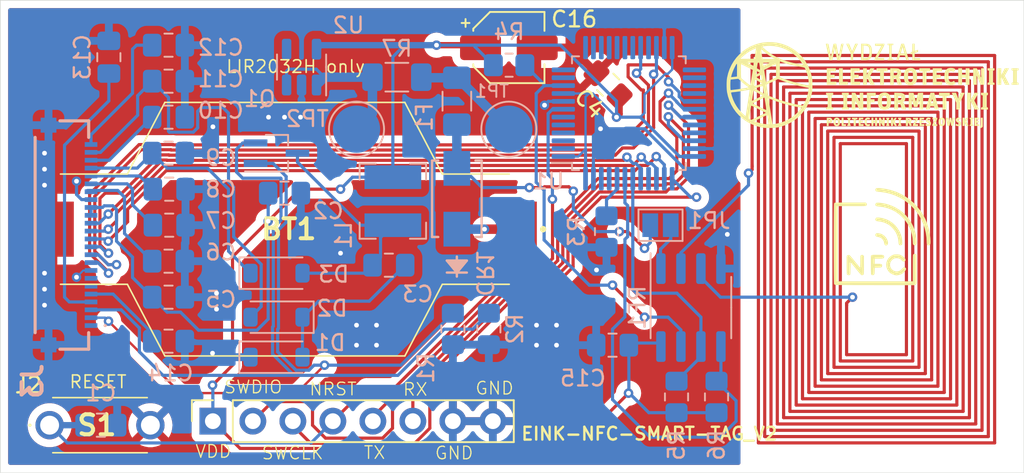
<source format=kicad_pcb>
(kicad_pcb (version 20221018) (generator pcbnew)
  (layers (0 "F.Cu" signal "Front") (31 "B.Cu" signal "Back") (34 "B.Paste" user) (35 "F.Paste" user) (36 "B.SilkS" user "B.Silkscreen") (37 "F.SilkS" user "F.Silkscreen") (38 "B.Mask" user) (39 "F.Mask" user) (44 "Edge.Cuts" user))
  (net 0 "")
  (net 1 "Net-(ANT1-1)")
  (net 2 "Net-(ANT1-2)")
  (net 3 "+BATT")
  (net 4 "GND")
  (net 5 "NRST")
  (net 6 "VDD")
  (net 7 "Net-(D1-A)")
  (net 8 "Net-(D3-A)")
  (net 9 "+3V8")
  (net 10 "/VPP")
  (net 11 "/VSH")
  (net 12 "PREVGH")
  (net 13 "/VSL")
  (net 14 "PREVGL")
  (net 15 "/VCOM")
  (net 16 "/VGL")
  (net 17 "/VGH")
  (net 18 "Net-(F1-Pad2)")
  (net 19 "SWDIO")
  (net 20 "SWCLK")
  (net 21 "USART_TX")
  (net 22 "USART_RX")
  (net 23 "/HLT_CTL")
  (net 24 "GDR")
  (net 25 "RESE")
  (net 26 "/TSCL")
  (net 27 "/TSDA")
  (net 28 "ePaper_BUSY")
  (net 29 "ePaper_RESET#")
  (net 30 "ePaper_D{slash}C#")
  (net 31 "ePaper_CS#")
  (net 32 "ePaper_SCK")
  (net 33 "ePaper_MOSI")
  (net 34 "/BOOT0")
  (net 35 "SYS_WKUP1")
  (net 36 "ST25DV_SCL")
  (net 37 "ST25DV_SDA")
  (net 38 "Net-(JP1-B)")
  (net 64 "Net-(U2-EN)")
  (net 65 "/VDD_eink")
  (footprint "nfc_silkscreen:nfc_silkscreen" (layer "F.Cu") (at 168 82)
    (fp_text reference "G***" hide)
    (fp_text value "LOGO" hide)
  )
  (footprint "NFC:NFCANT_25X15" (layer "F.Cu") (at 167.64 82.804 -90)
    (fp_text reference "ANT1" hide)
    (fp_text value "HF(NFC) 13,56MHz" hide)
  )
  (footprint "Capacitor_SMD:C_0805_2012Metric_Pad1.18x1.45mm_HandSolder" (layer "F.Cu") (at 150.593623 72.360623 135)
    (fp_text reference "C4")
    (fp_text value "100nF")
  )
  (footprint "SWITCH-PTS636_SM43_LFS:PTS636SM43LFS" (layer "F.Cu") (at 115.1315 93.98)
    (fp_text reference "S1")
    (fp_text value "PTS636_SM43_LFS" hide)
  )
  (footprint "Capacitor_SMD:CP_Elec_4x5.4" (layer "F.Cu") (at 144.294 70)
    (fp_text reference "C16")
    (fp_text value "10uF")
  )
  (footprint "Connector_PinSocket_2.54mm:PinSocket_1x08_P2.54mm_Vertical" (layer "F.Cu") (at 125.496793 93.725293 90)
    (fp_text reference "J2")
    (fp_text value "Conn_01x08_Pin")
  )
  (footprint "silkscreen:weii_silkscreen" (layer "F.Cu") (at 167.44 72.504)
    (fp_text reference "G***" hide)
    (fp_text value "LOGO" hide)
  )
  (footprint "SMTU2032-LF:SMTU2032LF" (layer "F.Cu") (at 130.0695 81.534 180)
    (fp_text reference "BT1")
    (fp_text value "CR2032 socket" hide)
  )
  (footprint "Capacitor_SMD:C_0805_2012Metric_Pad1.18x1.45mm_HandSolder" (layer "B.Cu") (at 150.876 88.9 180)
    (fp_text reference "C15")
    (fp_text value "100nF")
  )
  (footprint "Inductor_SMD:L_Bourns-SRN4018" (layer "B.Cu") (at 136.9275 79.757 -90)
    (fp_text reference "L1")
    (fp_text value "68uH")
  )
  (footprint "Capacitor_SMD:C_0805_2012Metric_Pad1.18x1.45mm_HandSolder" (layer "B.Cu") (at 122.682 69.85 180)
    (fp_text reference "C12")
    (fp_text value "4.7uF/50V")
  )
  (footprint "Resistor_SMD:R_0805_2012Metric_Pad1.20x1.40mm_HandSolder" (layer "B.Cu") (at 144.3095 71.12)
    (fp_text reference "R4")
    (fp_text value "10k")
  )
  (footprint "Capacitor_SMD:C_0805_2012Metric_Pad1.18x1.45mm_HandSolder" (layer "B.Cu") (at 122.725 81.28 180)
    (fp_text reference "C7")
    (fp_text value "4.7uF/50V")
  )
  (footprint "Capacitor_SMD:C_0805_2012Metric_Pad1.18x1.45mm_HandSolder" (layer "B.Cu") (at 118.8935 70.612 -90)
    (fp_text reference "C13")
    (fp_text value "4.7uF/50V")
  )
  (footprint "Capacitor_SMD:C_0805_2012Metric_Pad1.18x1.45mm_HandSolder" (layer "B.Cu") (at 122.682 83.566 180)
    (fp_text reference "C6")
    (fp_text value "4.7uF/50V")
  )
  (footprint "Switch_PFC_10051922-2410ELF:100519222410ELF" (layer "B.Cu") (at 115.912 81.905 90)
    (fp_text reference "J3")
    (fp_text value "CONNECTOR_FFC_Eink_10051922-2410ELF" hide)
  )
  (footprint "Resistor_SMD:R_1206_3216Metric_Pad1.30x1.75mm_HandSolder" (layer "B.Cu") (at 137.1815 71.882 180)
    (fp_text reference "R7")
    (fp_text value "50m")
  )
  (footprint "Diode_SMD:D_SOD-123" (layer "B.Cu") (at 129.54 84.328)
    (fp_text reference "D3")
    (fp_text value "MBR0530")
  )
  (footprint "Package_TO_SOT_SMD:SOT-323_SC-70_Handsoldering" (layer "B.Cu") (at 129.54 76.708)
    (fp_text reference "Q1")
    (fp_text value "SI138BDL")
  )
  (footprint "Resistor_SMD:R_0805_2012Metric_Pad1.20x1.40mm_HandSolder" (layer "B.Cu") (at 154.94 92.186 90)
    (fp_text reference "R5")
    (fp_text value "10k")
  )
  (footprint "Fuse:Fuse_1206_3216Metric_Pad1.42x1.75mm_HandSolder" (layer "B.Cu") (at 140.9915 73.406 90)
    (fp_text reference "F1")
    (fp_text value "Fuse")
  )
  (footprint "Capacitor_SMD:C_0805_2012Metric_Pad1.18x1.45mm_HandSolder" (layer "B.Cu") (at 122.682 74.422 180)
    (fp_text reference "C10")
    (fp_text value "4.7uF/50V")
  )
  (footprint "Capacitor_SMD:C_0805_2012Metric_Pad1.18x1.45mm_HandSolder" (layer "B.Cu") (at 136.6735 83.82 180)
    (fp_text reference "C3")
    (fp_text value "4.7uF/50V")
  )
  (footprint "ul_STPS1L30A:SMA_STM" (layer "B.Cu") (at 140.9915 79.6036 90)
    (fp_text reference "CR1")
    (fp_text value "STPS1L30A")
  )
  (footprint "Jumper:SolderJumper-2_P1.3mm_Open_Pad1.0x1.5mm" (layer "B.Cu") (at 153.924 81.28)
    (fp_text reference "JP1")
    (fp_text value "SolderJumper_2_Open")
  )
  (footprint "Resistor_SMD:R_0805_2012Metric_Pad1.20x1.40mm_HandSolder" (layer "B.Cu") (at 157.48 92.186 90)
    (fp_text reference "R6")
    (fp_text value "10k")
  )
  (footprint "Package_QFP:LQFP-48_7x7mm_P0.5mm" (layer "B.Cu") (at 151.9135 74.167)
    (fp_text reference "U1")
    (fp_text value "STM32L053C8Tx")
  )
  (footprint "Capacitor_SMD:C_0805_2012Metric_Pad1.18x1.45mm_HandSolder" (layer "B.Cu") (at 122.682 76.708 180)
    (fp_text reference "C9")
    (fp_text value "4.7uF/50V")
  )
  (footprint "Resistor_SMD:R_0805_2012Metric_Pad1.20x1.40mm_HandSolder" (layer "B.Cu") (at 150.495 81.6864 -90)
    (fp_text reference "R3")
    (fp_text value "510")
  )
  (footprint "Diode_SMD:D_SOD-123" (layer "B.Cu") (at 129.54 89.662)
    (fp_text reference "D1")
    (fp_text value "MBR0530")
  )
  (footprint "Capacitor_SMD:C_0805_2012Metric_Pad1.18x1.45mm_HandSolder" (layer "B.Cu") (at 122.682 88.646 180)
    (fp_text reference "C14")
    (fp_text value "4.7uF/50V")
  )
  (footprint "Capacitor_SMD:C_0805_2012Metric_Pad1.18x1.45mm_HandSolder" (layer "B.Cu") (at 122.725 78.994 180)
    (fp_text reference "C8")
    (fp_text value "4.7uF/50V")
  )
  (footprint "Capacitor_SMD:C_0805_2012Metric_Pad1.18x1.45mm_HandSolder" (layer "B.Cu") (at 122.682 85.852 180)
    (fp_text reference "C5")
    (fp_text value "4.7uF/50V")
  )
  (footprint "Package_TO_SOT_SMD:SOT-23-5" (layer "B.Cu") (at 131.13 71.2415 90)
    (fp_text reference "U2")
    (fp_text value "MIC5504-3.3YM5")
  )
  (footprint "TestPoint:TestPoint_Pad_D3.0mm" (layer "B.Cu") (at 144.2935 75.184 180)
    (fp_text reference "TP1")
    (fp_text value "I+")
  )
  (footprint "Resistor_SMD:R_0805_2012Metric_Pad1.20x1.40mm_HandSolder" (layer "B.Cu") (at 143.0235 87.868 90)
    (fp_text reference "R2")
    (fp_text value "3R")
  )
  (footprint "Capacitor_SMD:C_0805_2012Metric_Pad1.18x1.45mm_HandSolder" (layer "B.Cu") (at 130.048 79.248 180)
    (fp_text reference "C2")
    (fp_text value "4.7uF/50V")
  )
  (footprint "TestPoint:TestPoint_Pad_D3.0mm" (layer "B.Cu") (at 134.62 75.184 180)
    (fp_text reference "TP2")
    (fp_text value "I-")
  )
  (footprint "Resistor_SMD:R_0805_2012Metric_Pad1.20x1.40mm_HandSolder" (layer "B.Cu") (at 140.7375 87.868 90)
    (fp_text reference "R1")
    (fp_text value "10k")
  )
  (footprint "Package_SO:SOIC-8_3.9x4.9mm_P1.27mm" (layer "B.Cu") (at 155.8544 86.5124 -90)
    (fp_text reference "RF1")
    (fp_text value "ST25DV16K")
  )
  (footprint "Capacitor_SMD:C_0805_2012Metric_Pad1.18x1.45mm_HandSolder" (layer "B.Cu") (at 118.3855 93.98)
    (fp_text reference "C1")
    (fp_text value "100nF")
  )
  (footprint "Diode_SMD:D_SOD-123" (layer "B.Cu") (at 129.54 87.122 180)
    (fp_text reference "D2")
    (fp_text value "MBR0530")
  )
  (footprint "Capacitor_SMD:C_0805_2012Metric_Pad1.18x1.45mm_HandSolder" (layer "B.Cu") (at 122.682 72.136 180)
    (fp_text reference "C11")
    (fp_text value "4.7uF/50V")
  )
  (gr_rect (start 112 67) (end 177 97) (stroke (width 0.0381)) (fill none) (layer "Edge.Cuts"))
  (gr_text "RX" (at 137.5156 92.1766) (layer "F.SilkS") (effects (font (size 0.8 0.8) (thickness 0.08)) (justify left bottom)))
  (gr_text "RESET" (at 116.332 91.694) (layer "F.SilkS") (effects (font (size 0.8 0.8) (thickness 0.1) bold) (justify left bottom)))
  (gr_text "GND" (at 142.113 92.1004) (layer "F.SilkS") (effects (font (size 0.8 0.8) (thickness 0.08)) (justify left bottom)))
  (gr_text "VDD\n" (at 124.333 96.1136) (layer "F.SilkS") (effects (font (size 0.8 0.8) (thickness 0.08)) (justify left bottom)))
  (gr_text "SWCLK" (at 128.5494 96.2152) (layer "F.SilkS") (effects (font (size 0.8 0.8) (thickness 0.08)) (justify left bottom)))
  (gr_text "EINK-NFC-SMART-TAG_V2\n" (at 145 95) (layer "F.SilkS") (effects (font (size 0.8128 0.8128) (thickness 0.1524) bold) (justify left bottom)))
  (gr_text "LIR2032H only" (at 126.2888 71.6788) (layer "F.SilkS") (effects (font (size 0.8 0.8) (thickness 0.1) bold) (justify left bottom)))
  (gr_text "NRST" (at 131.572 92.1512) (layer "F.SilkS") (effects (font (size 0.8 0.8) (thickness 0.08)) (justify left bottom)))
  (gr_text "TX" (at 135.0264 96.1898) (layer "F.SilkS") (effects (font (size 0.8 0.8) (thickness 0.08)) (justify left bottom)))
  (gr_text "SWDIO" (at 126.1618 92.0242) (layer "F.SilkS") (effects (font (size 0.8 0.8) (thickness 0.08)) (justify left bottom)))
  (gr_text "GND" (at 139.5476 96.2152) (layer "F.SilkS") (effects (font (size 0.8 0.8) (thickness 0.08)) (justify left bottom)))
  (segment (start 165.74 86.228) (end 166.116 85.852) (width 0.2) (layer "F.Cu") (net 1))
  (via (at 166.116 85.852) (size 0.6) (drill 0.3) (layers "F.Cu" "B.Cu") (net 1))
  (segment (start 157.734 85.852) (end 166.116 85.852) (width 0.2) (layer "B.Cu") (net 1))
  (segment (start 156.4894 84.0374) (end 156.4894 84.6074) (width 0.2) (layer "B.Cu") (net 1))
  (segment (start 156.4894 84.6074) (end 157.734 85.852) (width 0.2) (layer "B.Cu") (net 1))
  (segment (start 159.74 77.504) (end 159.74 77.75) (width 0.2) (layer "F.Cu") (net 2))
  (segment (start 159.74 77.75) (end 159.512 77.978) (width 0.2) (layer "F.Cu") (net 2))
  (via (at 159.512 77.978) (size 0.6) (drill 0.3) (layers "F.Cu" "B.Cu") (net 2))
  (segment (start 159.512 77.978) (end 159.512 78.74) (width 0.2) (layer "B.Cu") (net 2))
  (segment (start 155.2194 83.0326) (end 155.2194 84.0374) (width 0.2) (layer "B.Cu") (net 2))
  (segment (start 159.512 78.74) (end 155.2194 83.0326) (width 0.2) (layer "B.Cu") (net 2))
  (segment (start 144.7695 81.534) (end 142.748 81.534) (width 0.6) (layer "F.Cu") (net 3))
  (via (at 142.748 81.534) (size 0.6) (drill 0.3) (layers "F.Cu" "B.Cu") (net 3))
  (segment (start 142.748 81.534) (end 140.9915 81.534) (width 0.6) (layer "B.Cu") (net 3))
  (via (at 114.808 77.724) (size 0.6) (drill 0.3) (layers "F.Cu" "B.Cu") (net 4))
  (via (at 146.558 73.66) (size 0.6) (drill 0.3) (layers "F.Cu" "B.Cu") (net 4))
  (via (at 134.62 88.9) (size 0.6) (drill 0.3) (layers "F.Cu" "B.Cu") (net 4))
  (via (at 158.1658 81.8642) (size 0.6) (drill 0.3) (layers "F.Cu" "B.Cu") (net 4))
  (via (at 135.89 87.63) (size 0.6) (drill 0.3) (layers "F.Cu" "B.Cu") (net 4))
  (via (at 125.5014 75.0316) (size 0.6) (drill 0.3) (layers "F.Cu" "B.Cu") (net 4))
  (via (at 150.114 75.1586) (size 0.6) (drill 0.3) (layers "F.Cu" "B.Cu") (net 4))
  (via (at 116.84 84.582) (size 0.6) (drill 0.3) (layers "F.Cu" "B.Cu") (net 4))
  (via (at 125.73 86.614) (size 0.6) (drill 0.3) (layers "F.Cu" "B.Cu") (net 4))
  (via (at 114.808 85.344) (size 0.6) (drill 0.3) (layers "F.Cu" "B.Cu") (net 4))
  (via (at 114.808 78.74) (size 0.6) (drill 0.3) (layers "F.Cu" "B.Cu") (net 4))
  (via (at 134.62 87.63) (size 0.6) (drill 0.3) (layers "F.Cu" "B.Cu") (net 4))
  (via (at 147.32 87.63) (size 0.6) (drill 0.3) (layers "F.Cu" "B.Cu") (net 4))
  (via (at 125.476 89.408) (size 0.6) (drill 0.3) (layers "F.Cu" "B.Cu") (net 4))
  (via (at 135.89 88.9) (size 0.6) (drill 0.3) (layers "F.Cu" "B.Cu") (net 4))
  (via (at 133.604 83.058) (size 0.6) (drill 0.3) (layers "F.Cu" "B.Cu") (net 4))
  (via (at 147.32 88.9) (size 0.6) (drill 0.3) (layers "F.Cu" "B.Cu") (net 4))
  (via (at 130.048 74.422) (size 0.6) (drill 0.3) (layers "F.Cu" "B.Cu") (net 4))
  (via (at 116.84 78.486) (size 0.6) (drill 0.3) (layers "F.Cu" "B.Cu") (net 4))
  (via (at 129.032 74.422) (size 0.6) (drill 0.3) (layers "F.Cu" "B.Cu") (net 4))
  (via (at 114.808 84.328) (size 0.6) (drill 0.3) (layers "F.Cu" "B.Cu") (net 4))
  (via (at 146.05 88.9) (size 0.6) (drill 0.3) (layers "F.Cu" "B.Cu") (net 4))
  (via (at 146.05 87.63) (size 0.6) (drill 0.3) (layers "F.Cu" "B.Cu") (net 4))
  (via (at 114.808 76.708) (size 0.6) (drill 0.3) (layers "F.Cu" "B.Cu") (net 4))
  (via (at 125.73 85.598) (size 0.6) (drill 0.3) (layers "F.Cu" "B.Cu") (net 4))
  (via (at 114.808 86.36) (size 0.6) (drill 0.3) (layers "F.Cu" "B.Cu") (net 4))
  (via (at 131.064 74.422) (size 0.6) (drill 0.3) (layers "F.Cu" "B.Cu") (net 4))
  (via (at 149.86 84.1248) (size 0.6) (drill 0.3) (layers "F.Cu" "B.Cu") (net 4))
  (segment (start 117.762 79.655) (end 117.162 79.655) (width 0.2) (layer "B.Cu") (net 4))
  (segment (start 147.751 73.418) (end 146.8 73.418) (width 0.2) (layer "B.Cu") (net 4))
  (segment (start 150.114 75.1586) (end 152.911443 75.1586) (width 0.2) (layer "B.Cu") (net 4))
  (segment (start 116.84 79.333) (end 116.84 78.486) (width 0.2) (layer "B.Cu") (net 4))
  (segment (start 149.6635 75.6091) (end 149.6635 78.3295) (width 0.2) (layer "B.Cu") (net 4))
  (segment (start 146.8 73.418) (end 146.558 73.66) (width 0.2) (layer "B.Cu") (net 4))
  (segment (start 156.076 76.418) (end 157.444 76.418) (width 0.2) (layer "B.Cu") (net 4))
  (segment (start 155.807043 78.0542) (end 156.4386 78.0542) (width 0.2) (layer "B.Cu") (net 4))
  (segment (start 117.762 84.155) (end 117.267 84.155) (width 0.127) (layer "B.Cu") (net 4))
  (segment (start 117.267 84.155) (end 116.84 84.582) (width 0.127) (layer "B.Cu") (net 4))
  (segment (start 157.444 76.418) (end 157.48 76.454) (width 0.2) (layer "B.Cu") (net 4))
  (segment (start 154.1635 68.6) (end 154.178 68.6) (width 0.2) (layer "B.Cu") (net 4))
  (segment (start 152.911443 75.1586) (end 155.807043 78.0542) (width 0.2) (layer "B.Cu") (net 4))
  (segment (start 150.114 75.1586) (end 149.6635 75.6091) (width 0.2) (layer "B.Cu") (net 4))
  (segment (start 154.1635 70.0055) (end 154.1635 68.6) (width 0.2) (layer "B.Cu") (net 4))
  (segment (start 117.162 79.655) (end 116.84 79.333) (width 0.2) (layer "B.Cu") (net 4))
  (segment (start 147.066 79.6359) (end 147.066 83.39463) (width 0.2) (layer "F.Cu") (net 5))
  (segment (start 146.67863 83.782) (end 144.863552 83.782) (width 0.2) (layer "F.Cu") (net 5))
  (segment (start 147.0591 79.629) (end 147.066 79.6359) (width 0.2) (layer "F.Cu") (net 5))
  (segment (start 137.055776 91.589776) (end 135.253724 91.589776) (width 0.2) (layer "F.Cu") (net 5))
  (segment (start 147.066 83.39463) (end 146.67863 83.782) (width 0.2) (layer "F.Cu") (net 5))
  (segment (start 135.253724 91.589776) (end 133.1175 93.726) (width 0.2) (layer "F.Cu") (net 5))
  (segment (start 144.863552 83.782) (end 137.055776 91.589776) (width 0.2) (layer "F.Cu") (net 5))
  (via (at 147.0591 79.629) (size 0.6) (drill 0.3) (layers "F.Cu" "B.Cu") (net 5))
  (segment (start 116.2585 95.107) (end 115.1315 93.98) (width 0.2) (layer "B.Cu") (net 5))
  (segment (start 147.062 73.918) (end 147.751 73.918) (width 0.2) (layer "B.Cu") (net 5))
  (segment (start 146.7865 74.1935) (end 147.062 73.918) (width 0.2) (layer "B.Cu") (net 5))
  (segment (start 147.0591 79.629) (end 147.0591 78.3356) (width 0.2) (layer "B.Cu") (net 5))
  (segment (start 133.1175 93.726) (end 131.7365 95.107) (width 0.2) (layer "B.Cu") (net 5))
  (segment (start 131.7365 95.107) (end 116.2585 95.107) (width 0.2) (layer "B.Cu") (net 5))
  (segment (start 146.7865 78.063) (end 146.7865 74.1935) (width 0.2) (layer "B.Cu") (net 5))
  (segment (start 117.348 93.98) (end 115.1315 93.98) (width 0.4) (layer "B.Cu") (net 5))
  (segment (start 147.0591 78.3356) (end 146.7865 78.063) (width 0.2) (layer "B.Cu") (net 5))
  (segment (start 126.746 90.17) (end 126.746 83.2905) (width 0.2) (layer "F.Cu") (net 6))
  (segment (start 125.4975 93.726) (end 127.2285 95.457) (width 0.2) (layer "F.Cu") (net 6))
  (segment (start 139.7 69.85) (end 142.344 69.85) (width 0.4) (layer "F.Cu") (net 6))
  (segment (start 142.344 69.85) (end 142.494 70) (width 0.4) (layer "F.Cu") (net 6))
  (segment (start 133.604 78.994) (end 131.0425 78.994) (width 0.2) (layer "F.Cu") (net 6))
  (segment (start 127.2285 95.457) (end 148.383 95.457) (width 0.2) (layer "F.Cu") (net 6))
  (segment (start 151.327246 73.094246) (end 151.327246 74.224754) (width 0.4) (layer "F.Cu") (net 6))
  (segment (start 151.327246 74.224754) (end 151.13 74.422) (width 0.4) (layer "F.Cu") (net 6))
  (segment (start 125.476 91.44) (end 126.746 90.17) (width 0.2) (layer "F.Cu") (net 6))
  (segment (start 148.383 95.457) (end 151.892 91.948) (width 0.2) (layer "F.Cu") (net 6))
  (segment (start 131.0425 78.994) (end 129.0105 81.026) (width 0.2) (layer "F.Cu") (net 6))
  (segment (start 126.746 83.2905) (end 129.0105 81.026) (width 0.2) (layer "F.Cu") (net 6))
  (via (at 151.892 91.948) (size 0.6) (drill 0.3) (layers "F.Cu" "B.Cu") (net 6))
  (via (at 151.13 74.422) (size 0.6) (drill 0.3) (layers "F.Cu" "B.Cu") (net 6))
  (via (at 129.0105 81.026) (size 0.6) (drill 0.3) (layers "F.Cu" "B.Cu") (net 6))
  (via (at 125.476 91.44) (size 0.6) (drill 0.3) (layers "F.Cu" "B.Cu") (net 6))
  (via (at 133.604 78.994) (size 0.6) (drill 0.3) (layers "F.Cu" "B.Cu") (net 6))
  (via (at 139.7 69.85) (size 0.6) (drill 0.3) (layers "F.Cu" "B.Cu") (net 6))
  (segment (start 151.892 91.948) (end 151.9455 91.948) (width 0.2) (layer "B.Cu") (net 6))
  (segment (start 129.0105 79.248) (end 129.0105 81.026) (width 0.2) (layer "B.Cu") (net 6))
  (segment (start 154.390503 71.669497) (end 154.224064 71.669497) (width 0.15) (layer "B.Cu") (net 6))
  (segment (start 119.38 82.296) (end 120.396 83.312) (width 0.2) (layer "B.Cu") (net 6))
  (segment (start 136.9275 78.232) (end 134.366 78.232) (width 0.2) (layer "B.Cu") (net 6))
  (segment (start 142.1384 69.85) (end 147.574 69.85) (width 0.2) (layer "B.Cu") (net 6))
  (segment (start 137.668 69.85) (end 132.334 69.85) (width 0.4) (layer "B.Cu") (net 6))
  (segment (start 154.6635 70.0055) (end 154.6635 71.3965) (width 0.15) (layer "B.Cu") (net 6))
  (segment (start 120.396 84.6035) (end 122.5965 86.804) (width 0.2) (layer "B.Cu") (net 6))
  (segment (start 132.334 69.85) (end 132.08 70.104) (width 0.4) (layer "B.Cu") (net 6))
  (segment (start 147.751 76.918) (end 148.6995 76.918) (width 0.15) (layer "B.Cu") (net 6))
  (segment (start 149.1635 76.6064) (end 149.1635 76.454) (width 0.2) (layer "B.Cu") (net 6))
  (segment (start 120.396 83.312) (end 120.396 84.6035) (width 0.2) (layer "B.Cu") (net 6))
  (segment (start 123.444 86.804) (end 122.5965 86.804) (width 0.2) (layer "B.Cu") (net 6))
  (segment (start 117.762 80.655) (end 117.762 80.155) (width 0.2) (layer "B.Cu") (net 6))
  (segment (start 136.9275 78.232) (end 136.9275 70.5905) (width 0.2) (layer "B.Cu") (net 6))
  (segment (start 151.9135 91.916) (end 151.892 91.8945) (width 0.2) (layer "B.Cu") (net 6))
  (segment (start 153.1835 93.186) (end 154.94 93.186) (width 0.2) (layer "B.Cu") (net 6))
  (segment (start 125.4975 91.4615) (end 125.476 91.44) (width 0.2) (layer "B.Cu") (net 6))
  (segment (start 139.7 69.85) (end 142.1384 69.85) (width 0.2) (layer "B.Cu") (net 6))
  (segment (start 118.4915 80.155) (end 118.597448 80.049052) (width 0.2) (layer "B.Cu") (net 6))
  (segment (start 136.9275 70.5905) (end 137.668 69.85) (width 0.2) (layer "B.Cu") (net 6))
  (segment (start 151.13 74.422) (end 149.626 72.918) (width 0.15) (layer "B.Cu") (net 6))
  (segment (start 149.1635 78.3305) (end 149.1635 76.6064) (width 0.2) (layer "B.Cu") (net 6))
  (segment (start 143.3095 71.12) (end 142.1384 69.9489) (width 0.2) (layer "B.Cu") (net 6))
  (segment (start 118.4915 80.155) (end 117.762 80.155) (width 0.2) (layer "B.Cu") (net 6))
  (segment (start 125.4975 93.726) (end 125.4975 91.4615) (width 0.2) (layer "B.Cu") (net 6))
  (segment (start 129.0105 87.240725) (end 128.302225 87.949) (width 0.2) (layer "B.Cu") (net 6))
  (segment (start 154.224064 71.669497) (end 152.908 72.985561) (width 0.15) (layer "B.Cu") (net 6))
  (segment (start 154.6635 71.3965) (end 154.390503 71.669497) (width 0.15) (layer "B.Cu") (net 6))
  (segment (start 151.13 73.406) (end 151.13 74.422) (width 0.2) (layer "B.Cu") (net 6))
  (segment (start 155.133291 76.918) (end 152.637291 74.422) (width 0.2) (layer "B.Cu") (net 6))
  (segment (start 119.38 80.2825) (end 119.38 82.296) (width 0.2) (layer "B.Cu") (net 6))
  (segment (start 149.1635 76.454) (end 149.1635 73.1319) (width 0.15) (layer "B.Cu") (net 6))
  (segment (start 151.892 91.8945) (end 151.892 91.948) (width 0.2) (layer "B.Cu") (net 6))
  (segment (start 118.597448 80.049052) (end 119.146552 80.049052) (width 0.2) (layer "B.Cu") (net 6))
  (segment (start 142.1384 69.9489) (end 142.1384 69.85) (width 0.2) (layer "B.Cu") (net 6))
  (segment (start 152.908 72.985561) (end 152.908 74.151291) (width 0.15) (layer "B.Cu") (net 6))
  (segment (start 152.637291 74.422) (end 151.13 74.422) (width 0.2) (layer "B.Cu") (net 6))
  (segment (start 149.3774 72.918) (end 147.751 72.918) (width 0.15) (layer "B.Cu") (net 6))
  (segment (start 149.1635 73.1319) (end 149.3774 72.918) (width 0.15) (layer "B.Cu") (net 6))
  (segment (start 148.6995 76.918) (end 149.1635 76.454) (width 0.15) (layer "B.Cu") (net 6))
  (segment (start 151.9135 88.9) (end 151.9135 91.916) (width 0.2) (layer "B.Cu") (net 6))
  (segment (start 152.908 74.151291) (end 152.637291 74.422) (width 0.15) (layer "B.Cu") (net 6))
  (segment (start 137.668 69.85) (end 139.7 69.85) (width 0.4) (layer "B.Cu") (net 6))
  (segment (start 128.302225 87.949) (end 124.589 87.949) (width 0.2) (layer "B.Cu") (net 6))
  (segment (start 156.076 76.918) (end 155.133291 76.918) (width 0.2) (layer "B.Cu") (net 6))
  (segment (start 157.48 93.186) (end 154.94 93.186) (width 0.2) (layer "B.Cu") (net 6))
  (segment (start 151.9135 88.9) (end 152.0495 88.764) (width 0.2) (layer "B.Cu") (net 6))
  (segment (start 134.366 78.232) (end 133.604 78.994) (width 0.2) (layer "B.Cu") (net 6))
  (segment (start 119.146552 80.049052) (end 119.38 80.2825) (width 0.2) (layer "B.Cu") (net 6))
  (segment (start 147.574 69.85) (end 151.13 73.406) (width 0.2) (layer "B.Cu") (net 6))
  (segment (start 152.0495 88.764) (end 153.9865 88.764) (width 0.2) (layer "B.Cu") (net 6))
  (segment (start 151.9455 91.948) (end 153.1835 93.186) (width 0.2) (layer "B.Cu") (net 6))
  (segment (start 149.626 72.918) (end 149.3774 72.918) (width 0.15) (layer "B.Cu") (net 6))
  (segment (start 124.589 87.949) (end 123.444 86.804) (width 0.2) (layer "B.Cu") (net 6))
  (segment (start 129.0105 81.026) (end 129.0105 87.240725) (width 0.2) (layer "B.Cu") (net 6))
  (segment (start 132.206 86.106) (end 131.19 87.122) (width 0.2) (layer "B.Cu") (net 7))
  (segment (start 135.425 86.106) (end 132.206 86.106) (width 0.2) (layer "B.Cu") (net 7))
  (segment (start 137.711 83.82) (end 135.425 86.106) (width 0.2) (layer "B.Cu") (net 7))
  (segment (start 131.19 87.122) (end 131.19 89.662) (width 0.2) (layer "B.Cu") (net 7))
  (segment (start 134.876 81.282) (end 136.9275 81.282) (width 0.2) (layer "B.Cu") (net 8))
  (segment (start 130.87 76.708) (end 130.87 77.276) (width 0.2) (layer "B.Cu") (net 8))
  (segment (start 136.144 82.0655) (end 136.9275 81.282) (width 0.2) (layer "B.Cu") (net 8))
  (segment (start 136.144 83.312) (end 136.144 82.0655) (width 0.2) (layer "B.Cu") (net 8))
  (segment (start 130.87 77.276) (end 134.876 81.282) (width 0.2) (layer "B.Cu") (net 8))
  (segment (start 135.128 84.328) (end 131.19 84.328) (width 0.2) (layer "B.Cu") (net 8))
  (segment (start 135.636 83.82) (end 135.128 84.328) (width 0.2) (layer "B.Cu") (net 8))
  (segment (start 135.636 83.82) (end 136.144 83.312) (width 0.2) (layer "B.Cu") (net 8))
  (segment (start 148.1074 78.8416) (end 148.3868 79.121) (width 0.2) (layer "F.Cu") (net 9))
  (segment (start 151.3105 81.6864) (end 151.8412 81.6864) (width 0.2) (layer "F.Cu") (net 9))
  (segment (start 146.507897 78.8924) (end 146.558697 78.8416) (width 0.2) (layer "F.Cu") (net 9))
  (segment (start 146.558697 78.8416) (end 148.1074 78.8416) (width 0.2) (layer "F.Cu") (net 9))
  (segment (start 151.8412 81.6864) (end 152.908 82.7532) (width 0.2) (layer "F.Cu") (net 9))
  (segment (start 145.5928 78.8924) (end 146.507897 78.8924) (width 0.2) (layer "F.Cu") (net 9))
  (via (at 148.3868 79.121) (size 0.6) (drill 0.3) (layers "F.Cu" "B.Cu") (net 9))
  (via (at 145.5928 78.8924) (size 0.6) (drill 0.3) (layers "F.Cu" "B.Cu") (net 9))
  (via (at 151.3105 81.6864) (size 0.6) (drill 0.3) (layers "F.Cu" "B.Cu") (net 9))
  (via (at 152.908 82.7532) (size 0.6) (drill 0.3) (layers "F.Cu" "B.Cu") (net 9))
  (segment (start 148.3868 80.264) (end 149.8092 81.6864) (width 0.2) (layer "B.Cu") (net 9))
  (segment (start 140.9915 77.6732) (end 140.9915 74.8935) (width 0.6) (layer "B.Cu") (net 9))
  (segment (start 142.593422 78.8924) (end 141.374222 77.6732) (width 0.2) (layer "B.Cu") (net 9))
  (segment (start 153.274 82.3872) (end 152.908 82.7532) (width 0.2) (layer "B.Cu") (net 9))
  (segment (start 153.274 81.28) (end 153.274 82.3872) (width 0.2) (layer "B.Cu") (net 9))
  (segment (start 149.8092 81.6864) (end 151.3105 81.6864) (width 0.2) (layer "B.Cu") (net 9))
  (segment (start 141.374222 77.6732) (end 140.9915 77.6732) (width 0.2) (layer "B.Cu") (net 9))
  (segment (start 148.3868 79.121) (end 148.3868 80.264) (width 0.2) (layer "B.Cu") (net 9))
  (segment (start 145.5928 78.8924) (end 142.593422 78.8924) (width 0.2) (layer "B.Cu") (net 9))
  (segment (start 121.6875 81.28) (end 120.396 79.9885) (width 0.2) (layer "B.Cu") (net 10))
  (segment (start 120.396 79.9885) (end 120.396 78.994) (width 0.2) (layer "B.Cu") (net 10))
  (segment (start 120.396 78.994) (end 120.057 78.655) (width 0.2) (layer "B.Cu") (net 10))
  (segment (start 120.057 78.655) (end 117.762 78.655) (width 0.2) (layer "B.Cu") (net 10))
  (segment (start 117.762 78.155) (end 120.8485 78.155) (width 0.2) (layer "B.Cu") (net 11))
  (segment (start 120.8485 78.155) (end 121.6875 78.994) (width 0.2) (layer "B.Cu") (net 11))
  (segment (start 126.492 78.994) (end 125.158 77.66) (width 0.2) (layer "B.Cu") (net 12))
  (segment (start 125.158 77.66) (end 122.5965 77.66) (width 0.2) (layer "B.Cu") (net 12))
  (segment (start 120.6975 77.655) (end 121.6445 76.708) (width 0.2) (layer "B.Cu") (net 12))
  (segment (start 126.492 82.93) (end 126.492 78.994) (width 0.2) (layer "B.Cu") (net 12))
  (segment (start 127.89 84.328) (end 126.492 82.93) (width 0.2) (layer "B.Cu") (net 12))
  (segment (start 122.5965 77.66) (end 121.6445 76.708) (width 0.2) (layer "B.Cu") (net 12))
  (segment (start 117.762 77.655) (end 120.6975 77.655) (width 0.2) (layer "B.Cu") (net 12))
  (segment (start 118.9115 77.155) (end 121.6445 74.422) (width 0.2) (layer "B.Cu") (net 13))
  (segment (start 117.762 77.155) (end 118.9115 77.155) (width 0.2) (layer "B.Cu") (net 13))
  (segment (start 120.723 74.294) (end 120.723 73.0575) (width 0.2) (layer "B.Cu") (net 14))
  (segment (start 122.682 73.1735) (end 121.6445 72.136) (width 0.2) (layer "B.Cu") (net 14))
  (segment (start 127.89 87.122) (end 128.567 86.445) (width 0.2) (layer "B.Cu") (net 14))
  (segment (start 122.73842 75.374) (end 122.682 75.31758) (width 0.2) (layer "B.Cu") (net 14))
  (segment (start 128.567 83.765775) (end 126.819 82.017775) (width 0.2) (layer "B.Cu") (net 14))
  (segment (start 124.534 74.043199) (end 124.534 75.09458) (width 0.2) (layer "B.Cu") (net 14))
  (segment (start 122.682 75.31758) (end 122.682 73.1735) (width 0.2) (layer "B.Cu") (net 14))
  (segment (start 128.567 86.445) (end 128.567 83.765775) (width 0.2) (layer "B.Cu") (net 14))
  (segment (start 124.534 75.09458) (end 124.25458 75.374) (width 0.2) (layer "B.Cu") (net 14))
  (segment (start 126.492 74.168) (end 126.1364 73.8124) (width 0.2) (layer "B.Cu") (net 14))
  (segment (start 118.362 76.655) (end 120.723 74.294) (width 0.2) (layer "B.Cu") (net 14))
  (segment (start 126.819 78.858552) (end 126.492 78.531552) (width 0.2) (layer "B.Cu") (net 14))
  (segment (start 126.492 78.531552) (end 126.492 74.168) (width 0.2) (layer "B.Cu") (net 14))
  (segment (start 120.723 73.0575) (end 121.6445 72.136) (width 0.2) (layer "B.Cu") (net 14))
  (segment (start 126.819 82.017775) (end 126.819 78.858552) (width 0.2) (layer "B.Cu") (net 14))
  (segment (start 124.764799 73.8124) (end 124.534 74.043199) (width 0.2) (layer "B.Cu") (net 14))
  (segment (start 124.25458 75.374) (end 122.73842 75.374) (width 0.2) (layer "B.Cu") (net 14))
  (segment (start 126.1364 73.8124) (end 124.764799 73.8124) (width 0.2) (layer "B.Cu") (net 14))
  (segment (start 117.762 76.655) (end 118.362 76.655) (width 0.2) (layer "B.Cu") (net 14))
  (segment (start 120.396 70.104) (end 120.396 72.898) (width 0.2) (layer "B.Cu") (net 15))
  (segment (start 117.762 75.532) (end 120.396 72.898) (width 0.2) (layer "B.Cu") (net 15))
  (segment (start 120.65 69.85) (end 120.396 70.104) (width 0.2) (layer "B.Cu") (net 15))
  (segment (start 117.762 76.155) (end 117.762 75.532) (width 0.2) (layer "B.Cu") (net 15))
  (segment (start 121.6445 69.85) (end 120.65 69.85) (width 0.2) (layer "B.Cu") (net 15))
  (segment (start 116.078 76.2) (end 118.8935 73.3845) (width 0.2) (layer "B.Cu") (net 16))
  (segment (start 116.381 86.155) (end 116.078 85.852) (width 0.2) (layer "B.Cu") (net 16))
  (segment (start 118.8935 73.3845) (end 118.8935 71.6495) (width 0.2) (layer "B.Cu") (net 16))
  (segment (start 117.762 86.155) (end 116.381 86.155) (width 0.2) (layer "B.Cu") (net 16))
  (segment (start 116.078 85.852) (end 116.078 76.2) (width 0.2) (layer "B.Cu") (net 16))
  (segment (start 119.1615 85.655) (end 121.6445 88.138) (width 0.2) (layer "B.Cu") (net 17))
  (segment (start 117.762 85.655) (end 119.1615 85.655) (width 0.2) (layer "B.Cu") (net 17))
  (segment (start 138.768 71.9185) (end 138.7315 71.882) (width 0.6) (layer "B.Cu") (net 18))
  (segment (start 140.9915 71.9185) (end 138.768 71.9185) (width 0.6) (layer "B.Cu") (net 18))
  (segment (start 141.028 71.9185) (end 144.2935 75.184) (width 0.6) (layer "B.Cu") (net 18))
  (segment (start 140.9915 71.9185) (end 141.028 71.9185) (width 0.6) (layer "B.Cu") (net 18))
  (segment (start 155.375 75.347585) (end 155.375 78.096552) (width 0.2) (layer "F.Cu") (net 19))
  (segment (start 136.906 92.664448) (end 136.906 94.172109) (width 0.2) (layer "F.Cu") (net 19))
  (segment (start 155.375 78.096552) (end 154.823552 78.648) (width 0.2) (layer "F.Cu") (net 19))
  (segment (start 154.823552 78.648) (end 154.332261 78.648) (width 0.2) (layer "F.Cu") (net 19))
  (segment (start 154.240261 78.74) (end 150.000939 78.74) (width 0.2) (layer "F.Cu") (net 19))
  (segment (start 129.2821 92.4814) (end 128.0375 93.726) (width 0.2) (layer "F.Cu") (net 19))
  (segment (start 136.906 94.172109) (end 136.275109 94.803) (width 0.2) (layer "F.Cu") (net 19))
  (segment (start 131.826 93.98) (end 131.826 92.9386) (width 0.2) (layer "F.Cu") (net 19))
  (segment (start 147.72 81.020939) (end 147.72 83.665526) (width 0.2) (layer "F.Cu") (net 19))
  (segment (start 136.275109 94.803) (end 132.649 94.803) (width 0.2) (layer "F.Cu") (net 19))
  (segment (start 145.134448 84.436) (end 136.906 92.664448) (width 0.2) (layer "F.Cu") (net 19))
  (segment (start 154.332261 78.648) (end 154.240261 78.74) (width 0.2) (layer "F.Cu") (net 19))
  (segment (start 146.949526 84.436) (end 145.134448 84.436) (width 0.2) (layer "F.Cu") (net 19))
  (segment (start 150.000939 78.74) (end 147.72 81.020939) (width 0.2) (layer "F.Cu") (net 19))
  (segment (start 131.3688 92.4814) (end 129.2821 92.4814) (width 0.2) (layer "F.Cu") (net 19))
  (segment (start 154.422959 74.395544) (end 155.375 75.347585) (width 0.2) (layer "F.Cu") (net 19))
  (segment (start 147.72 83.665526) (end 146.949526 84.436) (width 0.2) (layer "F.Cu") (net 19))
  (segment (start 131.826 92.9386) (end 131.3688 92.4814) (width 0.2) (layer "F.Cu") (net 19))
  (segment (start 132.649 94.803) (end 131.826 93.98) (width 0.2) (layer "F.Cu") (net 19))
  (via (at 154.422959 74.395544) (size 0.6) (drill 0.3) (layers "F.Cu" "B.Cu") (net 19))
  (segment (start 154.422959 74.929551) (end 155.411408 75.918) (width 0.2) (layer "B.Cu") (net 19))
  (segment (start 155.411408 75.918) (end 156.076 75.918) (width 0.2) (layer "B.Cu") (net 19))
  (segment (start 154.422959 74.395544) (end 154.422959 74.929551) (width 0.2) (layer "B.Cu") (net 19))
  (segment (start 138.316609 95.13) (end 131.706 95.13) (width 0.2) (layer "F.Cu") (net 20))
  (segment (start 148.374 81.291835) (end 148.374 83.936422) (width 0.2) (layer "F.Cu") (net 20))
  (segment (start 131.706 95.13) (end 130.5775 94.0015) (width 0.2) (layer "F.Cu") (net 20))
  (segment (start 148.374 83.936422) (end 147.220422 85.09) (width 0.2) (layer "F.Cu") (net 20))
  (segment (start 139.2745 94.172109) (end 138.316609 95.13) (width 0.2) (layer "F.Cu") (net 20))
  (segment (start 156.21 79.502) (end 150.163835 79.502) (width 0.2) (layer "F.Cu") (net 20))
  (segment (start 145.405344 85.09) (end 139.2745 91.220844) (width 0.2) (layer "F.Cu") (net 20))
  (segment (start 139.2745 91.220844) (end 139.2745 94.172109) (width 0.2) (layer "F.Cu") (net 20))
  (segment (start 147.220422 85.09) (end 145.405344 85.09) (width 0.2) (layer "F.Cu") (net 20))
  (segment (start 150.163835 79.502) (end 148.374 81.291835) (width 0.2) (layer "F.Cu") (net 20))
  (segment (start 130.5775 94.0015) (end 130.5775 93.726) (width 0.2) (layer "F.Cu") (net 20))
  (via (at 156.21 79.502) (size 0.6) (drill 0.3) (layers "F.Cu" "B.Cu") (net 20))
  (segment (start 155.835 79.502) (end 154.6635 78.3305) (width 0.2) (layer "B.Cu") (net 20))
  (segment (start 156.21 79.502) (end 155.835 79.502) (width 0.2) (layer "B.Cu") (net 20))
  (segment (start 146.814078 84.109) (end 147.393 83.530078) (width 0.2) (layer "F.Cu") (net 21))
  (segment (start 153.895959 74.613835) (end 153.895959 73.434041) (width 0.2) (layer "F.Cu") (net 21))
  (segment (start 144.999 84.109) (end 146.814078 84.109) (width 0.2) (layer "F.Cu") (net 21))
  (segment (start 154.959 75.676876) (end 153.895959 74.613835) (width 0.2) (layer "F.Cu") (net 21))
  (segment (start 147.393 83.530078) (end 147.393 80.885491) (width 0.2) (layer "F.Cu") (net 21))
  (segment (start 154.467709 78.321) (end 154.959 77.829709) (width 0.2) (layer "F.Cu") (net 21))
  (segment (start 153.895959 73.434041) (end 154.432 72.898) (width 0.2) (layer "F.Cu") (net 21))
  (segment (start 135.6575 93.726) (end 135.6575 93.4505) (width 0.2) (layer "F.Cu") (net 21))
  (segment (start 135.6575 93.4505) (end 144.999 84.109) (width 0.2) (layer "F.Cu") (net 21))
  (segment (start 149.957491 78.321) (end 154.467709 78.321) (width 0.2) (layer "F.Cu") (net 21))
  (segment (start 147.393 80.885491) (end 149.957491 78.321) (width 0.2) (layer "F.Cu") (net 21))
  (segment (start 154.959 77.829709) (end 154.959 75.676876) (width 0.2) (layer "F.Cu") (net 21))
  (via (at 154.432 72.898) (size 0.6) (drill 0.3) (layers "F.Cu" "B.Cu") (net 21))
  (segment (start 154.959 73.465592) (end 155.411408 73.918) (width 0.2) (layer "B.Cu") (net 21))
  (segment (start 154.432 72.914709) (end 154.959 73.441709) (width 0.2) (layer "B.Cu") (net 21))
  (segment (start 155.411408 73.918) (end 156.076 73.918) (width 0.2) (layer "B.Cu") (net 21))
  (segment (start 154.959 73.441709) (end 154.959 73.465592) (width 0.2) (layer "B.Cu") (net 21))
  (segment (start 154.432 72.898) (end 154.432 72.914709) (width 0.2) (layer "B.Cu") (net 21))
  (segment (start 154.467709 78.975) (end 154.959 78.975) (width 0.2) (layer "F.Cu") (net 22))
  (segment (start 155.702 74.93) (end 154.432 73.66) (width 0.2) (layer "F.Cu") (net 22))
  (segment (start 154.959 78.975) (end 155.702 78.232) (width 0.2) (layer "F.Cu") (net 22))
  (segment (start 138.1975 93.726) (end 138.1975 91.835396) (width 0.2) (layer "F.Cu") (net 22))
  (segment (start 154.267709 79.175) (end 154.467709 78.975) (width 0.2) (layer "F.Cu") (net 22))
  (segment (start 150.028387 79.175) (end 154.267709 79.175) (width 0.2) (layer "F.Cu") (net 22))
  (segment (start 148.047 83.800974) (end 148.047 81.156387) (width 0.2) (layer "F.Cu") (net 22))
  (segment (start 138.1975 91.835396) (end 145.269896 84.763) (width 0.2) (layer "F.Cu") (net 22))
  (segment (start 155.702 78.232) (end 155.702 74.93) (width 0.2) (layer "F.Cu") (net 22))
  (segment (start 147.084974 84.763) (end 148.047 83.800974) (width 0.2) (layer "F.Cu") (net 22))
  (segment (start 145.269896 84.763) (end 147.084974 84.763) (width 0.2) (layer "F.Cu") (net 22))
  (segment (start 148.047 81.156387) (end 150.028387 79.175) (width 0.2) (layer "F.Cu") (net 22))
  (via (at 154.432 73.66) (size 0.6) (drill 0.3) (layers "F.Cu" "B.Cu") (net 22))
  (segment (start 156.076 74.418) (end 155.19 74.418) (width 0.2) (layer "B.Cu") (net 22))
  (segment (start 155.19 74.418) (end 154.432 73.66) (width 0.2) (layer "B.Cu") (net 22))
  (segment (start 123.438 91.942) (end 130.816 91.942) (width 0.15) (layer "F.Cu") (net 24))
  (segment (start 118.872 87.376) (end 123.438 91.942) (width 0.15) (layer "F.Cu") (net 24))
  (segment (start 130.816 91.942) (end 132.588 90.17) (width 0.15) (layer "F.Cu") (net 24))
  (via (at 132.588 90.17) (size 0.6) (drill 0.3) (layers "F.Cu" "B.Cu") (net 24))
  (via (at 118.872 87.376) (size 0.6) (drill 0.3) (layers "F.Cu" "B.Cu") (net 24))
  (segment (start 140.7375 86.868) (end 137.4355 90.17) (width 0.2) (layer "B.Cu") (net 24))
  (segment (start 117.762 87.155) (end 118.651 87.155) (width 0.15) (layer "B.Cu") (net 24))
  (segment (start 132.588 90.17) (end 131.921225 90.17) (width 0.2) (layer "B.Cu") (net 24))
  (segment (start 129.322448 77.358) (end 128.21 77.358) (width 0.2) (layer "B.Cu") (net 24))
  (segment (start 129.613 87.884) (end 129.6645 87.8325) (width 0.2) (layer "B.Cu") (net 24))
  (segment (start 118.651 87.155) (end 118.872 87.376) (width 0.15) (layer "B.Cu") (net 24))
  (segment (start 129.6645 81.579739) (end 130.152 81.092239) (width 0.2) (layer "B.Cu") (net 24))
  (segment (start 130.777775 90.489) (end 129.613 89.324225) (width 0.2) (layer "B.Cu") (net 24))
  (segment (start 129.6645 87.8325) (end 129.6645 81.579739) (width 0.2) (layer "B.Cu") (net 24))
  (segment (start 130.152 81.092239) (end 130.152 78.187552) (width 0.2) (layer "B.Cu") (net 24))
  (segment (start 129.613 89.324225) (end 129.613 87.884) (width 0.2) (layer "B.Cu") (net 24))
  (segment (start 131.921225 90.17) (end 131.602225 90.489) (width 0.2) (layer "B.Cu") (net 24))
  (segment (start 130.152 78.187552) (end 129.322448 77.358) (width 0.2) (layer "B.Cu") (net 24))
  (segment (start 137.4355 90.17) (end 132.588 90.17) (width 0.2) (layer "B.Cu") (net 24))
  (segment (start 131.602225 90.489) (end 130.777775 90.489) (width 0.2) (layer "B.Cu") (net 24))
  (segment (start 127.391 78.296) (end 127 77.905) (width 0.2) (layer "B.Cu") (net 25))
  (segment (start 120.83 89.31858) (end 122.32742 90.816) (width 0.2) (layer "B.Cu") (net 25))
  (segment (start 130.81 90.816) (end 130.642327 90.816) (width 0.2) (layer "B.Cu") (net 25))
  (segment (start 143.0235 86.868) (end 142.0075 87.884) (width 0.2) (layer "B.Cu") (net 25))
  (segment (start 129.798 78.296) (end 127.391 78.296) (width 0.2) (layer "B.Cu") (net 25))
  (segment (start 129.286 89.459673) (end 129.286 87.748552) (width 0.2) (layer "B.Cu") (net 25))
  (segment (start 129.3375 87.697052) (end 129.3375 81.444291) (width 0.2) (layer "B.Cu") (net 25))
  (segment (start 117.762 86.655) (end 119.675 86.655) (width 0.2) (layer "B.Cu") (net 25))
  (segment (start 119.675 86.655) (end 120.83 87.81) (width 0.2) (layer "B.Cu") (net 25))
  (segment (start 127 77.905) (end 127 76.454) (width 0.2) (layer "B.Cu") (net 25))
  (segment (start 129.286 87.748552) (end 129.3375 87.697052) (width 0.2) (layer "B.Cu") (net 25))
  (segment (start 129.3375 81.444291) (end 129.825 80.956791) (width 0.2) (layer "B.Cu") (net 25))
  (segment (start 137.251948 90.816) (end 130.81 90.816) (width 0.2) (layer "B.Cu") (net 25))
  (segment (start 129.825 80.956791) (end 129.825 78.323) (width 0.2) (layer "B.Cu") (net 25))
  (segment (start 129.825 78.323) (end 129.798 78.296) (width 0.2) (layer "B.Cu") (net 25))
  (segment (start 128.21 76.058) (end 127.396 76.058) (width 0.2) (layer "B.Cu") (net 25))
  (segment (start 142.0075 87.884) (end 140.183948 87.884) (width 0.2) (layer "B.Cu") (net 25))
  (segment (start 122.32742 90.816) (end 130.81 90.816) (width 0.2) (layer "B.Cu") (net 25))
  (segment (start 130.642327 90.816) (end 129.286 89.459673) (width 0.2) (layer "B.Cu") (net 25))
  (segment (start 120.83 87.81) (end 120.83 89.31858) (width 0.2) (layer "B.Cu") (net 25))
  (segment (start 127.396 76.058) (end 127 76.454) (width 0.2) (layer "B.Cu") (net 25))
  (segment (start 140.183948 87.884) (end 137.251948 90.816) (width 0.2) (layer "B.Cu") (net 25))
  (segment (start 152.1936 75.3142) (end 151.649704 75.3142) (width 0.2) (layer "F.Cu") (net 28))
  (segment (start 153.634292 71.101) (end 151.8856 71.101) (width 0.2) (layer "F.Cu") (net 28))
  (segment (start 117.6725 83.066239) (end 118.934261 84.328) (width 0.2) (layer "F.Cu") (net 28))
  (segment (start 151.8666 71.12) (end 151.8666 71.8566) (width 0.2) (layer "F.Cu") (net 28))
  (segment (start 152.7048 72.6948) (end 152.8318 72.6948) (width 0.2) (layer "F.Cu") (net 28))
  (segment (start 122.969792 76.162) (end 120.814313 76.162) (width 0.2) (layer "F.Cu") (net 28))
  (segment (start 122.988792 76.181) (end 122.969792 76.162) (width 0.2) (layer "F.Cu") (net 28))
  (segment (start 154.432 71.898708) (end 153.634292 71.101) (width 0.2) (layer "F.Cu") (net 28))
  (segment (start 118.934261 84.328) (end 118.872 84.328) (width 0.2) (layer "F.Cu") (net 28))
  (segment (start 152.8318 74.675268) (end 152.832166 74.675634) (width 0.2) (layer "F.Cu") (net 28))
  (segment (start 120.814313 76.162) (end 117.6725 79.303813) (width 0.2) (layer "F.Cu") (net 28))
  (segment (start 151.649704 75.3142) (end 150.782904 76.181) (width 0.2) (layer "F.Cu") (net 28))
  (segment (start 151.8856 71.101) (end 151.8666 71.12) (width 0.2) (layer "F.Cu") (net 28))
  (segment (start 152.832166 74.675634) (end 152.1936 75.3142) (width 0.2) (layer "F.Cu") (net 28))
  (segment (start 152.8318 72.6948) (end 152.8318 74.675268) (width 0.2) (layer "F.Cu") (net 28))
  (segment (start 154.432 72.171497) (end 154.432 71.898708) (width 0.2) (layer "F.Cu") (net 28))
  (segment (start 150.782904 76.181) (end 122.988792 76.181) (width 0.2) (layer "F.Cu") (net 28))
  (segment (start 117.6725 79.303813) (end 117.6725 83.066239) (width 0.2) (layer "F.Cu") (net 28))
  (segment (start 151.8666 71.8566) (end 152.7048 72.6948) (width 0.2) (layer "F.Cu") (net 28))
  (via (at 118.872 84.328) (size 0.6) (drill 0.3) (layers "F.Cu" "B.Cu") (net 28))
  (via (at 154.432 72.171497) (size 0.6) (drill 0.3) (layers "F.Cu" "B.Cu") (net 28))
  (segment (start 156.076 73.418) (end 155.411408 73.418) (width 0.2) (layer "B.Cu") (net 28))
  (segment (start 155.1115 73.118092) (end 155.1115 72.832209) (width 0.2) (layer "B.Cu") (net 28))
  (segment (start 117.762 83.655) (end 118.199 83.655) (width 0.2) (layer "B.Cu") (net 28))
  (segment (start 118.199 83.655) (end 118.872 84.328) (width 0.2) (layer "B.Cu") (net 28))
  (segment (start 155.1115 72.832209) (end 154.677645 72.398355) (width 0.2) (layer "B.Cu") (net 28))
  (segment (start 154.677645 72.398355) (end 154.658858 72.398355) (width 0.2) (layer "B.Cu") (net 28))
  (segment (start 155.411408 73.418) (end 155.1115 73.118092) (width 0.2) (layer "B.Cu") (net 28))
  (segment (start 154.658858 72.398355) (end 154.432 72.171497) (width 0.2) (layer "B.Cu") (net 28))
  (segment (start 150.918352 76.508) (end 151.785152 75.6412) (width 0.2) (layer "F.Cu") (net 29))
  (segment (start 118.853212 83.784503) (end 117.9995 82.930791) (width 0.2) (layer "F.Cu") (net 29))
  (segment (start 122.853344 76.508) (end 150.918352 76.508) (width 0.2) (layer "F.Cu") (net 29))
  (segment (start 117.9995 79.439261) (end 120.949761 76.489) (width 0.2) (layer "F.Cu") (net 29))
  (segment (start 151.785152 75.6412) (end 152.4762 75.6412) (width 0.2) (layer "F.Cu") (net 29))
  (segment (start 117.9995 82.930791) (end 117.9995 79.439261) (width 0.2) (layer "F.Cu") (net 29))
  (segment (start 153.159166 74.958234) (end 153.159166 72.387166) (width 0.2) (layer "F.Cu") (net 29))
  (segment (start 120.949761 76.489) (end 122.834344 76.489) (width 0.2) (layer "F.Cu") (net 29))
  (segment (start 153.159166 72.387166) (end 152.4 71.628) (width 0.2) (layer "F.Cu") (net 29))
  (segment (start 122.834344 76.489) (end 122.853344 76.508) (width 0.2) (layer "F.Cu") (net 29))
  (segment (start 152.4762 75.6412) (end 153.159166 74.958234) (width 0.2) (layer "F.Cu") (net 29))
  (segment (start 119.38 83.784503) (end 118.853212 83.784503) (width 0.2) (layer "F.Cu") (net 29))
  (via (at 152.4 71.628) (size 0.6) (drill 0.3) (layers "F.Cu" "B.Cu") (net 29))
  (via (at 119.38 83.784503) (size 0.6) (drill 0.3) (layers "F.Cu" "B.Cu") (net 29))
  (segment (start 118.223709 83.155) (end 117.762 83.155) (width 0.2) (layer "B.Cu") (net 29))
  (segment (start 119.38 83.784503) (end 118.853212 83.784503) (width 0.2) (layer "B.Cu") (net 29))
  (segment (start 118.853212 83.784503) (end 118.223709 83.155) (width 0.2) (layer "B.Cu") (net 29))
  (segment (start 152.6635 70.0055) (end 152.6635 71.3645) (width 0.2) (layer "B.Cu") (net 29))
  (segment (start 152.6635 71.3645) (end 152.4 71.628) (width 0.2) (layer "B.Cu") (net 29))
  (segment (start 152.202048 76.3778) (end 151.511 76.3778) (width 0.2) (layer "F.Cu") (net 30))
  (segment (start 122.717896 76.835) (end 122.698896 76.816) (width 0.2) (layer "F.Cu") (net 30))
  (segment (start 118.3265 82.514291) (end 118.870209 83.058) (width 0.2) (layer "F.Cu") (net 30))
  (segment (start 122.698896 76.816) (end 122.151104 76.816) (width 0.2) (layer "F.Cu") (net 30))
  (segment (start 153.486166 75.093682) (end 152.202048 76.3778) (width 0.2) (layer "F.Cu") (net 30))
  (segment (start 122.151104 76.816) (end 119.719104 79.248) (width 0.2) (layer "F.Cu") (net 30))
  (segment (start 118.870209 83.058) (end 118.872 83.058) (width 0.2) (layer "F.Cu") (net 30))
  (segment (start 151.0538 76.835) (end 122.717896 76.835) (width 0.2) (layer "F.Cu") (net 30))
  (segment (start 118.3265 79.574709) (end 118.3265 82.514291) (width 0.2) (layer "F.Cu") (net 30))
  (segment (start 118.653209 79.248) (end 118.3265 79.574709) (width 0.2) (layer "F.Cu") (net 30))
  (segment (start 153.486166 71.698165) (end 153.486166 75.093682) (width 0.2) (layer "F.Cu") (net 30))
  (segment (start 119.719104 79.248) (end 118.653209 79.248) (width 0.2) (layer "F.Cu") (net 30))
  (segment (start 151.511 76.3778) (end 151.0538 76.835) (width 0.2) (layer "F.Cu") (net 30))
  (via (at 153.486166 71.698165) (size 0.6) (drill 0.3) (layers "F.Cu" "B.Cu") (net 30))
  (via (at 118.872 83.058) (size 0.6) (drill 0.3) (layers "F.Cu" "B.Cu") (net 30))
  (segment (start 118.765 83.058) (end 118.872 83.058) (width 0.2) (layer "B.Cu") (net 30))
  (segment (start 153.6635 70.0055) (end 153.6635 71.520831) (width 0.2) (layer "B.Cu") (net 30))
  (segment (start 153.6635 71.520831) (end 153.486166 71.698165) (width 0.2) (layer "B.Cu") (net 30))
  (segment (start 118.362 82.655) (end 118.765 83.058) (width 0.2) (layer "B.Cu") (net 30))
  (segment (start 117.762 82.655) (end 118.362 82.655) (width 0.2) (layer "B.Cu") (net 30))
  (segment (start 152.303771 77.816) (end 122.538448 77.816) (width 0.2) (layer "F.Cu") (net 31))
  (segment (start 153.650538 76.923565) (end 153.08832 77.485783) (width 0.2) (layer "F.Cu") (net 31))
  (segment (start 120.085 80.269448) (end 120.085 81.0645) (width 0.2) (layer "F.Cu") (net 31))
  (segment (start 122.538448 77.816) (end 120.085 80.269448) (width 0.2) (layer "F.Cu") (net 31))
  (segment (start 153.08832 77.485783) (end 152.633988 77.485783) (width 0.2) (layer "F.Cu") (net 31))
  (segment (start 120.085 81.0645) (end 118.8535 82.296) (width 0.2) (layer "F.Cu") (net 31))
  (segment (start 152.633988 77.485783) (end 152.303771 77.816) (width 0.2) (layer "F.Cu") (net 31))
  (via (at 153.650538 76.923565) (size 0.6) (drill 0.3) (layers "F.Cu" "B.Cu") (net 31))
  (via (at 118.8535 82.296) (size 0.6) (drill 0.3) (layers "F.Cu" "B.Cu") (net 31))
  (segment (start 118.7125 82.155) (end 118.8535 82.296) (width 0.2) (layer "B.Cu") (net 31))
  (segment (start 117.762 82.155) (end 118.7125 82.155) (width 0.2) (layer "B.Cu") (net 31))
  (segment (start 154.1635 77.436527) (end 154.1635 78.3295) (width 0.2) (layer "B.Cu") (net 31))
  (segment (start 153.650538 76.923565) (end 154.1635 77.436527) (width 0.2) (layer "B.Cu") (net 31))
  (segment (start 119.38 80.512) (end 119.38 81.0075) (width 0.2) (layer "F.Cu") (net 32))
  (segment (start 152.69854 76.958783) (end 152.168323 77.489) (width 0.2) (layer "F.Cu") (net 32))
  (segment (start 122.428 77.47) (end 122.422 77.47) (width 0.2) (layer "F.Cu") (net 32))
  (segment (start 119.38 81.0075) (end 118.8535 81.534) (width 0.2) (layer "F.Cu") (net 32))
  (segment (start 122.422 77.47) (end 119.38 80.512) (width 0.2) (layer "F.Cu") (net 32))
  (segment (start 152.168323 77.489) (end 122.447 77.489) (width 0.2) (layer "F.Cu") (net 32))
  (segment (start 122.447 77.489) (end 122.428 77.47) (width 0.2) (layer "F.Cu") (net 32))
  (via (at 152.69854 76.958783) (size 0.6) (drill 0.3) (layers "F.Cu" "B.Cu") (net 32))
  (via (at 118.8535 81.534) (size 0.6) (drill 0.3) (layers "F.Cu" "B.Cu") (net 32))
  (segment (start 153.6635 78.3295) (end 153.6635 77.664908) (width 0.2) (layer "B.Cu") (net 32))
  (segment (start 153.363592 77.365) (end 153.104757 77.365) (width 0.2) (layer "B.Cu") (net 32))
  (segment (start 153.6635 77.664908) (end 153.363592 77.365) (width 0.2) (layer "B.Cu") (net 32))
  (segment (start 153.6635 77.664908) (end 153.6635 78.3305) (width 0.2) (layer "B.Cu") (net 32))
  (segment (start 153.104757 77.365) (end 152.69854 76.958783) (width 0.2) (layer "B.Cu") (net 32))
  (segment (start 118.7325 81.655) (end 117.762 81.655) (width 0.2) (layer "B.Cu") (net 32))
  (segment (start 118.8535 81.534) (end 118.7325 81.655) (width 0.2) (layer "B.Cu") (net 32))
  (segment (start 122.286552 77.143) (end 118.8535 80.576052) (width 0.2) (layer "F.Cu") (net 33))
  (segment (start 122.582448 77.162) (end 122.563448 77.143) (width 0.2) (layer "F.Cu") (net 33))
  (segment (start 122.563448 77.143) (end 122.286552 77.143) (width 0.2) (layer "F.Cu") (net 33))
  (segment (start 151.5909 77.162) (end 122.582448 77.162) (width 0.2) (layer "F.Cu") (net 33))
  (segment (start 151.7904 76.9625) (end 151.5909 77.162) (width 0.2) (layer "F.Cu") (net 33))
  (via (at 151.7904 76.9625) (size 0.6) (drill 0.3) (layers "F.Cu" "B.Cu") (net 33))
  (via (at 118.8535 80.576052) (size 0.6) (drill 0.3) (layers "F.Cu" "B.Cu") (net 33))
  (segment (start 151.7904 76.9625) (end 152.1929 77.365) (width 0.2) (layer "B.Cu") (net 33))
  (segment (start 152.1929 77.365) (end 152.363592 77.365) (width 0.2) (layer "B.Cu") (net 33))
  (segment (start 118.274552 81.155) (end 117.762 81.155) (width 0.2) (layer "B.Cu") (net 33))
  (segment (start 152.6635 77.664908) (end 152.6635 78.3305) (width 0.2) (layer "B.Cu") (net 33))
  (segment (start 152.363592 77.365) (end 152.6635 77.664908) (width 0.2) (layer "B.Cu") (net 33))
  (segment (start 118.8535 80.576052) (end 118.274552 81.155) (width 0.2) (layer "B.Cu") (net 33))
  (segment (start 151.1635 78.994092) (end 151.1635 78.3295) (width 0.2) (layer "B.Cu") (net 34))
  (segment (start 150.495 79.662592) (end 151.1635 78.994092) (width 0.2) (layer "B.Cu") (net 34))
  (segment (start 150.495 80.6864) (end 150.495 79.662592) (width 0.2) (layer "B.Cu") (net 34))
  (segment (start 150.876 85.09) (end 152.908 87.122) (width 0.2) (layer "F.Cu") (net 35))
  (via (at 152.908 87.122) (size 0.6) (drill 0.3) (layers "F.Cu" "B.Cu") (net 35))
  (via (at 150.876 85.09) (size 0.6) (drill 0.3) (layers "F.Cu" "B.Cu") (net 35))
  (segment (start 150.876 85.09) (end 149.4028 85.09) (width 0.2) (layer "B.Cu") (net 35))
  (segment (start 146.5326 82.2198) (end 146.5326 79.062391) (width 0.2) (layer "B.Cu") (net 35))
  (segment (start 146.5326 79.062391) (end 146.031 78.560791) (width 0.2) (layer "B.Cu") (net 35))
  (segment (start 147.75 72.418) (end 147.751 72.417) (width 0.2) (layer "B.Cu") (net 35))
  (segment (start 155.2194 87.9348) (end 154.4066 87.122) (width 0.2) (layer "B.Cu") (net 35))
  (segment (start 146.031 78.560791) (end 146.031 72.917) (width 0.2) (layer "B.Cu") (net 35))
  (segment (start 154.4066 87.122) (end 152.908 87.122) (width 0.2) (layer "B.Cu") (net 35))
  (segment (start 155.2194 88.9874) (end 155.2194 87.9348) (width 0.2) (layer "B.Cu") (net 35))
  (segment (start 149.4028 85.09) (end 146.5326 82.2198) (width 0.2) (layer "B.Cu") (net 35))
  (segment (start 146.6075 72.418) (end 147.75 72.418) (width 0.2) (layer "B.Cu") (net 35))
  (segment (start 146.6075 72.418) (end 145.3095 71.12) (width 0.2) (layer "B.Cu") (net 35))
  (segment (start 146.53 72.418) (end 146.6075 72.418) (width 0.2) (layer "B.Cu") (net 35))
  (segment (start 146.031 72.917) (end 146.53 72.418) (width 0.2) (layer "B.Cu") (net 35))
  (segment (start 152.1635 85.3615) (end 152.1635 78.3305) (width 0.2) (layer "B.Cu") (net 36))
  (segment (start 156.4894 89.6366) (end 156.4894 88.9874) (width 0.2) (layer "B.Cu") (net 36))
  (segment (start 156.4894 88.9874) (end 156.4894 87.122) (width 0.2) (layer "B.Cu") (net 36))
  (segment (start 152.4 85.598) (end 152.1635 85.3615) (width 0.2) (layer "B.Cu") (net 36))
  (segment (start 154.94 91.186) (end 156.4894 89.6366) (width 0.2) (layer "B.Cu") (net 36))
  (segment (start 156.4894 87.122) (end 154.9654 85.598) (width 0.2) (layer "B.Cu") (net 36))
  (segment (start 154.9654 85.598) (end 152.4 85.598) (width 0.2) (layer "B.Cu") (net 36))
  (segment (start 157.7594 90.9066) (end 157.7594 88.9874) (width 0.2) (layer "B.Cu") (net 37))
  (segment (start 153.26492 94.742) (end 157.7086 94.742) (width 0.2) (layer "B.Cu") (net 37))
  (segment (start 157.48 91.186) (end 157.7594 90.9066) (width 0.2) (layer "B.Cu") (net 37))
  (segment (start 151.6635 82.179791) (end 151.6635 87.0965) (width 0.2) (layer "B.Cu") (net 37))
  (segment (start 158.7246 92.4306) (end 157.48 91.186) (width 0.2) (layer "B.Cu") (net 37))
  (segment (start 151.837 82.006291) (end 151.6635 82.179791) (width 0.2) (layer "B.Cu") (net 37))
  (segment (start 157.7086 94.742) (end 158.7246 93.726) (width 0.2) (layer "B.Cu") (net 37))
  (segment (start 151.837 80.03642) (end 151.837 82.006291) (width 0.2) (layer "B.Cu") (net 37))
  (segment (start 150.876 87.884) (end 150.876 92.35308) (width 0.2) (layer "B.Cu") (net 37))
  (segment (start 150.876 92.35308) (end 153.26492 94.742) (width 0.2) (layer "B.Cu") (net 37))
  (segment (start 151.6635 78.3305) (end 151.6635 79.86292) (width 0.2) (layer "B.Cu") (net 37))
  (segment (start 151.6635 87.0965) (end 150.876 87.884) (width 0.2) (layer "B.Cu") (net 37))
  (segment (start 158.7246 93.726) (end 158.7246 92.4306) (width 0.2) (layer "B.Cu") (net 37))
  (segment (start 151.6635 79.86292) (end 151.837 80.03642) (width 0.2) (layer "B.Cu") (net 37))
  (segment (start 154.574 82.154) (end 154.574 81.28) (width 0.2) (layer "B.Cu") (net 38))
  (segment (start 153.924 82.804) (end 154.574 82.154) (width 0.2) (layer "B.Cu") (net 38))
  (segment (start 153.924 84.012) (end 153.924 82.804) (width 0.2) (layer "B.Cu") (net 38))
  (segment (start 153.9494 84.0374) (end 153.924 84.012) (width 0.2) (layer "B.Cu") (net 38))
  (segment (start 132.577 71.882) (end 132.08 72.379) (width 0.6) (layer "B.Cu") (net 64))
  (segment (start 130.302 71.374) (end 132.069 71.374) (width 0.2) (layer "B.Cu") (net 64))
  (segment (start 132.069 71.374) (end 132.577 71.882) (width 0.2) (layer "B.Cu") (net 64))
  (segment (start 135.6315 71.882) (end 132.577 71.882) (width 0.6) (layer "B.Cu") (net 64))
  (segment (start 130.18 72.379) (end 130.18 71.496) (width 0.2) (layer "B.Cu") (net 64))
  (segment (start 135.6315 74.1725) (end 134.62 75.184) (width 0.6) (layer "B.Cu") (net 64))
  (segment (start 130.18 71.496) (end 130.302 71.374) (width 0.2) (layer "B.Cu") (net 64))
  (segment (start 135.6315 71.882) (end 135.6315 74.1725) (width 0.6) (layer "B.Cu") (net 64))
  (segment (start 121.6445 83.566) (end 119.888 81.8095) (width 0.2) (layer "B.Cu") (net 65))
  (segment (start 119.888 81.8095) (end 119.888 79.502) (width 0.2) (layer "B.Cu") (net 65))
  (segment (start 119.461 79.075) (end 117.5295 79.075) (width 0.2) (layer "B.Cu") (net 65))
  (segment (start 119.888 79.502) (end 119.461 79.075) (width 0.2) (layer "B.Cu") (net 65))
  (zone (net 4) (net_name "GND") (layers "F&B.Cu") (connect_pads (clearance 0.5)) (min_thickness 0.25) (fill yes (thermal_gap 0.5) (thermal_bridge_width 0.5))
    (polygon (pts (xy 112 67) (xy 159 67) (xy 159 97) (xy 112 97)))
  )
)
</source>
